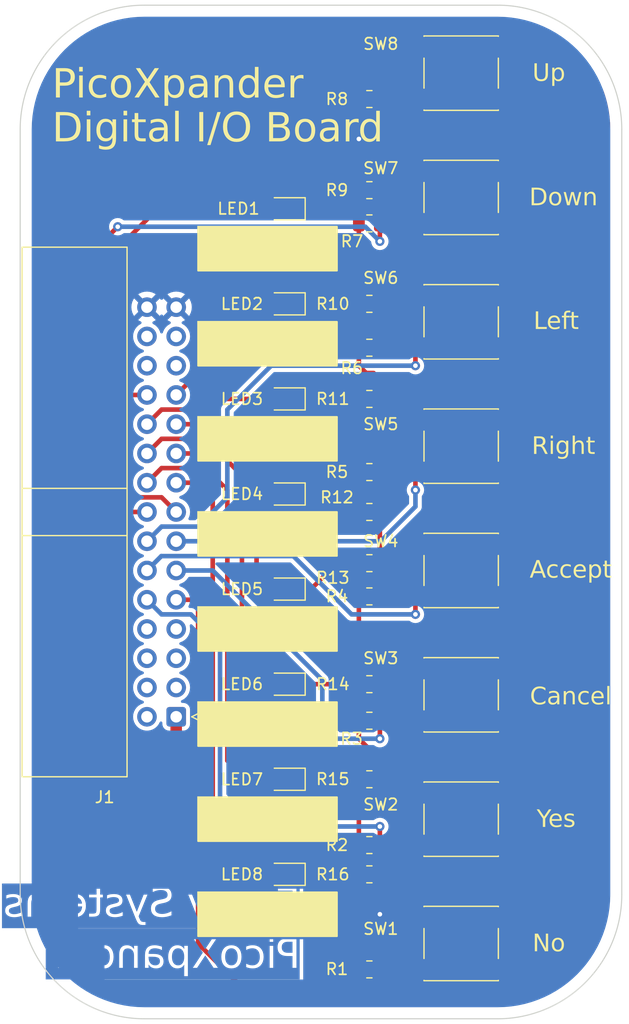
<source format=kicad_pcb>
(kicad_pcb (version 20221018) (generator pcbnew)
  (layers (0 "F.Cu" signal) (31 "B.Cu" power) (35 "F.Paste" user) (37 "F.SilkS" user "F.Silkscreen") (38 "B.Mask" user) (39 "F.Mask" user) (44 "Edge.Cuts" user))
  (net 0 "")
  (net 1 "GNDREF")
  (net 2 "+3V3")
  (net 9 "Net-(J1-Pin_9)")
  (net 10 "Net-(J1-Pin_10)")
  (net 11 "Net-(J1-Pin_11)")
  (net 12 "Net-(J1-Pin_12)")
  (net 13 "Net-(J1-Pin_13)")
  (net 14 "Net-(J1-Pin_14)")
  (net 15 "Net-(J1-Pin_15)")
  (net 16 "Net-(J1-Pin_16)")
  (net 17 "Net-(J1-Pin_17)")
  (net 18 "Net-(J1-Pin_18)")
  (net 19 "Net-(J1-Pin_19)")
  (net 20 "Net-(J1-Pin_20)")
  (net 21 "Net-(J1-Pin_21)")
  (net 22 "Net-(J1-Pin_22)")
  (net 23 "Net-(J1-Pin_23)")
  (net 24 "Net-(J1-Pin_24)")
  (net 29 "Net-(LED1-K)")
  (net 30 "Net-(LED2-K)")
  (net 31 "Net-(LED3-K)")
  (net 32 "Net-(LED4-K)")
  (net 33 "Net-(LED5-K)")
  (net 34 "Net-(LED6-K)")
  (net 35 "Net-(LED7-K)")
  (net 36 "Net-(LED8-K)")
  (footprint "Resistor_SMD:R_0805_2012Metric" (layer "F.Cu") (at 139.58091 81.546 180)
    (fp_text reference "R10" (at 3.175 0) (layer "F.SilkS"))
    (fp_text value "220Ω")
    (pad "1" smd roundrect (at -0.9125 0 180) (size 1.025 1.4) (layers "F.Cu" "F.Paste" "F.Mask") (roundrect_rratio 0.243902439) (net 1 "GNDREF"))
    (pad "2" smd roundrect (at 0.9125 0 180) (size 1.025 1.4) (layers "F.Cu" "F.Paste" "F.Mask") (roundrect_rratio 0.243902439) (net 30 "Net-(LED2-K)"))
  )
  (footprint "Button_Switch_SMD:SW_Push_1P1T_NO_6x6mm_H9.5mm" (layer "F.Cu") (at 147.55841 93.901 180)
    (fp_text reference "SW5" (at 6.985 1.905) (layer "F.SilkS"))
    (fp_text value "RIGHT")
    (fp_text user "Right" (at -8.89 -0.052119 unlocked) (layer "F.SilkS") (effects (font (size 1.5 1.5))))
    (pad "1" smd rect (at -3.975 -2.25 180) (size 1.55 1.3) (layers "F.Cu" "F.Paste" "F.Mask") (net 13 "Net-(J1-Pin_13)"))
    (pad "1" smd rect (at 3.975 -2.25 180) (size 1.55 1.3) (layers "F.Cu" "F.Paste" "F.Mask") (net 13 "Net-(J1-Pin_13)"))
    (pad "2" smd rect (at -3.975 2.25 180) (size 1.55 1.3) (layers "F.Cu" "F.Paste" "F.Mask") (net 2 "+3V3"))
    (pad "2" smd rect (at 3.975 2.25 180) (size 1.55 1.3) (layers "F.Cu" "F.Paste" "F.Mask") (net 2 "+3V3"))
  )
  (footprint "LED_SMD:LED_0805_2012Metric" (layer "F.Cu") (at 132.31841 122.821 180)
    (fp_text reference "LED7" (at 3.81 -0.009577) (layer "F.SilkS"))
    (fp_text value "Red")
    (pad "1" smd roundrect (at -0.9375 0 180) (size 0.975 1.4) (layers "F.Cu" "F.Paste" "F.Mask") (net 35 "Net-(LED7-K)"))
    (pad "2" smd roundrect (at 0.9375 0 180) (size 0.975 1.4) (layers "F.Cu" "F.Paste" "F.Mask") (net 18 "Net-(J1-Pin_18)"))
  )
  (footprint "Button_Switch_SMD:SW_Push_1P1T_NO_6x6mm_H9.5mm" (layer "F.Cu") (at 147.55841 83.106 180)
    (fp_text reference "SW6" (at 6.985 3.81) (layer "F.SilkS"))
    (fp_text value "LEFT")
    (fp_text user "Left" (at -8.255 0 unlocked) (layer "F.SilkS") (effects (font (size 1.5 1.5))))
    (pad "1" smd rect (at -3.975 -2.25 180) (size 1.55 1.3) (layers "F.Cu" "F.Paste" "F.Mask") (net 14 "Net-(J1-Pin_14)"))
    (pad "1" smd rect (at 3.975 -2.25 180) (size 1.55 1.3) (layers "F.Cu" "F.Paste" "F.Mask") (net 14 "Net-(J1-Pin_14)"))
    (pad "2" smd rect (at -3.975 2.25 180) (size 1.55 1.3) (layers "F.Cu" "F.Paste" "F.Mask") (net 2 "+3V3"))
    (pad "2" smd rect (at 3.975 2.25 180) (size 1.55 1.3) (layers "F.Cu" "F.Paste" "F.Mask") (net 2 "+3V3"))
  )
  (footprint "LED_SMD:LED_0805_2012Metric" (layer "F.Cu") (at 132.31841 131.076 180)
    (fp_text reference "LED8" (at 3.81 -0.002514) (layer "F.SilkS"))
    (fp_text value "Red")
    (pad "1" smd roundrect (at -0.9375 0 180) (size 0.975 1.4) (layers "F.Cu" "F.Paste" "F.Mask") (net 36 "Net-(LED8-K)"))
    (pad "2" smd roundrect (at 0.9375 0 180) (size 0.975 1.4) (layers "F.Cu" "F.Paste" "F.Mask") (net 17 "Net-(J1-Pin_17)"))
  )
  (footprint "Resistor_SMD:R_0805_2012Metric" (layer "F.Cu") (at 139.58091 104.061 180)
    (fp_text reference "R13" (at 3.177181 -1.27) (layer "F.SilkS"))
    (fp_text value "220Ω")
    (pad "1" smd roundrect (at -0.9125 0 180) (size 1.025 1.4) (layers "F.Cu" "F.Paste" "F.Mask") (roundrect_rratio 0.243902439) (net 1 "GNDREF"))
    (pad "2" smd roundrect (at 0.9125 0 180) (size 1.025 1.4) (layers "F.Cu" "F.Paste" "F.Mask") (roundrect_rratio 0.243902439) (net 33 "Net-(LED5-K)"))
  )
  (footprint "Button_Switch_SMD:SW_Push_1P1T_NO_6x6mm_H9.5mm" (layer "F.Cu") (at 147.55841 115.491 180)
    (fp_text reference "SW3" (at 6.985 3.175) (layer "F.SilkS"))
    (fp_text value "CANCEL")
    (fp_text user "Cancel" (at -9.525 -0.202707 unlocked) (layer "F.SilkS") (effects (font (size 1.5 1.5))))
    (pad "1" smd rect (at -3.975 -2.25 180) (size 1.55 1.3) (layers "F.Cu" "F.Paste" "F.Mask") (net 11 "Net-(J1-Pin_11)"))
    (pad "1" smd rect (at 3.975 -2.25 180) (size 1.55 1.3) (layers "F.Cu" "F.Paste" "F.Mask") (net 11 "Net-(J1-Pin_11)"))
    (pad "2" smd rect (at -3.975 2.25 180) (size 1.55 1.3) (layers "F.Cu" "F.Paste" "F.Mask") (net 2 "+3V3"))
    (pad "2" smd rect (at 3.975 2.25 180) (size 1.55 1.3) (layers "F.Cu" "F.Paste" "F.Mask") (net 2 "+3V3"))
  )
  (footprint "Resistor_SMD:R_0805_2012Metric" (layer "F.Cu") (at 139.58091 122.821 180)
    (fp_text reference "R15" (at 3.178298 0.009261) (layer "F.SilkS"))
    (fp_text value "220Ω")
    (pad "1" smd roundrect (at -0.9125 0 180) (size 1.025 1.4) (layers "F.Cu" "F.Paste" "F.Mask") (roundrect_rratio 0.243902439) (net 1 "GNDREF"))
    (pad "2" smd roundrect (at 0.9125 0 180) (size 1.025 1.4) (layers "F.Cu" "F.Paste" "F.Mask") (roundrect_rratio 0.243902439) (net 35 "Net-(LED7-K)"))
  )
  (footprint "Resistor_SMD:R_0805_2012Metric" (layer "F.Cu") (at 139.58091 85.356)
    (fp_text reference "R6" (at -1.525443 1.772352) (layer "F.SilkS"))
    (fp_text value "4K7")
    (pad "1" smd roundrect (at -0.9125 0) (size 1.025 1.4) (layers "F.Cu" "F.Paste" "F.Mask") (roundrect_rratio 0.243902439) (net 1 "GNDREF"))
    (pad "2" smd roundrect (at 0.9125 0) (size 1.025 1.4) (layers "F.Cu" "F.Paste" "F.Mask") (roundrect_rratio 0.243902439) (net 14 "Net-(J1-Pin_14)"))
  )
  (footprint "LED_SMD:LED_0805_2012Metric" (layer "F.Cu") (at 132.31841 81.546 180)
    (fp_text reference "LED2" (at 3.81 -0.005271) (layer "F.SilkS"))
    (fp_text value "Red")
    (pad "1" smd roundrect (at -0.9375 0 180) (size 0.975 1.4) (layers "F.Cu" "F.Paste" "F.Mask") (net 30 "Net-(LED2-K)"))
    (pad "2" smd roundrect (at 0.9375 0 180) (size 0.975 1.4) (layers "F.Cu" "F.Paste" "F.Mask") (net 23 "Net-(J1-Pin_23)"))
  )
  (footprint "Resistor_SMD:R_0805_2012Metric" (layer "F.Cu") (at 139.58091 139.331)
    (fp_text reference "R1" (at -2.8175 -0.02772) (layer "F.SilkS"))
    (fp_text value "4K7")
    (pad "1" smd roundrect (at -0.9125 0) (size 1.025 1.4) (layers "F.Cu" "F.Paste" "F.Mask") (roundrect_rratio 0.243902439) (net 1 "GNDREF"))
    (pad "2" smd roundrect (at 0.9125 0) (size 1.025 1.4) (layers "F.Cu" "F.Paste" "F.Mask") (roundrect_rratio 0.243902439) (net 9 "Net-(J1-Pin_9)"))
  )
  (footprint "LED_SMD:LED_0805_2012Metric" (layer "F.Cu") (at 132.31841 89.801 180)
    (fp_text reference "LED3" (at 3.81 -0.003036) (layer "F.SilkS"))
    (fp_text value "Red")
    (pad "1" smd roundrect (at -0.9375 0 180) (size 0.975 1.4) (layers "F.Cu" "F.Paste" "F.Mask") (net 31 "Net-(LED3-K)"))
    (pad "2" smd roundrect (at 0.9375 0 180) (size 0.975 1.4) (layers "F.Cu" "F.Paste" "F.Mask") (net 22 "Net-(J1-Pin_22)"))
  )
  (footprint "Resistor_SMD:R_0805_2012Metric" (layer "F.Cu") (at 139.58091 63.766)
    (fp_text reference "R8" (at -2.8175 0.001823) (layer "F.SilkS"))
    (fp_text value "4K7")
    (pad "1" smd roundrect (at -0.9125 0) (size 1.025 1.4) (layers "F.Cu" "F.Paste" "F.Mask") (roundrect_rratio 0.243902439) (net 1 "GNDREF"))
    (pad "2" smd roundrect (at 0.9125 0) (size 1.025 1.4) (layers "F.Cu" "F.Paste" "F.Mask") (roundrect_rratio 0.243902439) (net 16 "Net-(J1-Pin_16)"))
  )
  (footprint "Button_Switch_SMD:SW_Push_1P1T_NO_6x6mm_H9.5mm" (layer "F.Cu") (at 147.55841 126.286 180)
    (fp_text reference "SW2" (at 6.985 1.27) (layer "F.SilkS"))
    (fp_text value "YES")
    (fp_text user "Yes" (at -8.255 -0.052119 unlocked) (layer "F.SilkS") (effects (font (size 1.5 1.5))))
    (pad "1" smd rect (at -3.975 -2.25 180) (size 1.55 1.3) (layers "F.Cu" "F.Paste" "F.Mask") (net 10 "Net-(J1-Pin_10)"))
    (pad "1" smd rect (at 3.975 -2.25 180) (size 1.55 1.3) (layers "F.Cu" "F.Paste" "F.Mask") (net 10 "Net-(J1-Pin_10)"))
    (pad "2" smd rect (at -3.975 2.25 180) (size 1.55 1.3) (layers "F.Cu" "F.Paste" "F.Mask") (net 2 "+3V3"))
    (pad "2" smd rect (at 3.975 2.25 180) (size 1.55 1.3) (layers "F.Cu" "F.Paste" "F.Mask") (net 2 "+3V3"))
  )
  (footprint "Resistor_SMD:R_0805_2012Metric" (layer "F.Cu") (at 139.58091 128.536)
    (fp_text reference "R2" (at -2.8175 -0.002078) (layer "F.SilkS"))
    (fp_text value "4K7")
    (pad "1" smd roundrect (at -0.9125 0) (size 1.025 1.4) (layers "F.Cu" "F.Paste" "F.Mask") (roundrect_rratio 0.243902439) (net 1 "GNDREF"))
    (pad "2" smd roundrect (at 0.9125 0) (size 1.025 1.4) (layers "F.Cu" "F.Paste" "F.Mask") (roundrect_rratio 0.243902439) (net 10 "Net-(J1-Pin_10)"))
  )
  (footprint "Resistor_SMD:R_0805_2012Metric" (layer "F.Cu") (at 139.58091 117.741)
    (fp_text reference "R3" (at -1.5475 1.56) (layer "F.SilkS"))
    (fp_text value "4K7")
    (pad "1" smd roundrect (at -0.9125 0) (size 1.025 1.4) (layers "F.Cu" "F.Paste" "F.Mask") (roundrect_rratio 0.243902439) (net 1 "GNDREF"))
    (pad "2" smd roundrect (at 0.9125 0) (size 1.025 1.4) (layers "F.Cu" "F.Paste" "F.Mask") (roundrect_rratio 0.243902439) (net 11 "Net-(J1-Pin_11)"))
  )
  (footprint "Button_Switch_SMD:SW_Push_1P1T_NO_6x6mm_H9.5mm" (layer "F.Cu") (at 147.55841 72.311 180)
    (fp_text reference "SW7" (at 6.985 2.54) (layer "F.SilkS"))
    (fp_text value "DOWN")
    (fp_text user "Down" (at -8.89 -0.052119 unlocked) (layer "F.SilkS") (effects (font (size 1.5 1.5))))
    (pad "1" smd rect (at -3.975 -2.25 180) (size 1.55 1.3) (layers "F.Cu" "F.Paste" "F.Mask") (net 15 "Net-(J1-Pin_15)"))
    (pad "1" smd rect (at 3.975 -2.25 180) (size 1.55 1.3) (layers "F.Cu" "F.Paste" "F.Mask") (net 15 "Net-(J1-Pin_15)"))
    (pad "2" smd rect (at -3.975 2.25 180) (size 1.55 1.3) (layers "F.Cu" "F.Paste" "F.Mask") (net 2 "+3V3"))
    (pad "2" smd rect (at 3.975 2.25 180) (size 1.55 1.3) (layers "F.Cu" "F.Paste" "F.Mask") (net 2 "+3V3"))
  )
  (footprint "Resistor_SMD:R_0805_2012Metric" (layer "F.Cu") (at 139.58091 71.676 180)
    (fp_text reference "R9" (at 2.8175 0) (layer "F.SilkS"))
    (fp_text value "220Ω")
    (pad "1" smd roundrect (at -0.9125 0 180) (size 1.025 1.4) (layers "F.Cu" "F.Paste" "F.Mask") (roundrect_rratio 0.243902439) (net 1 "GNDREF"))
    (pad "2" smd roundrect (at 0.9125 0 180) (size 1.025 1.4) (layers "F.Cu" "F.Paste" "F.Mask") (roundrect_rratio 0.243902439) (net 29 "Net-(LED1-K)"))
  )
  (footprint "Resistor_SMD:R_0805_2012Metric" (layer "F.Cu") (at 139.58091 131.076 180)
    (fp_text reference "R16" (at 3.18118 -0.001604) (layer "F.SilkS"))
    (fp_text value "220Ω")
    (pad "1" smd roundrect (at -0.9125 0 180) (size 1.025 1.4) (layers "F.Cu" "F.Paste" "F.Mask") (roundrect_rratio 0.243902439) (net 1 "GNDREF"))
    (pad "2" smd roundrect (at 0.9125 0 180) (size 1.025 1.4) (layers "F.Cu" "F.Paste" "F.Mask") (roundrect_rratio 0.243902439) (net 36 "Net-(LED8-K)"))
  )
  (footprint "Resistor_SMD:R_0805_2012Metric" (layer "F.Cu") (at 139.58091 99.616 180)
    (fp_text reference "R12" (at 2.8175 1.27) (layer "F.SilkS"))
    (fp_text value "220Ω")
    (pad "1" smd roundrect (at -0.9125 0 180) (size 1.025 1.4) (layers "F.Cu" "F.Paste" "F.Mask") (roundrect_rratio 0.243902439) (net 1 "GNDREF"))
    (pad "2" smd roundrect (at 0.9125 0 180) (size 1.025 1.4) (layers "F.Cu" "F.Paste" "F.Mask") (roundrect_rratio 0.243902439) (net 32 "Net-(LED4-K)"))
  )
  (footprint "Button_Switch_SMD:SW_Push_1P1T_NO_6x6mm_H9.5mm" (layer "F.Cu") (at 147.55841 137.081 180)
    (fp_text reference "SW1" (at 6.985 1.27) (layer "F.SilkS"))
    (fp_text value "NO")
    (fp_text user "No" (at -7.62 -0.052119 unlocked) (layer "F.SilkS") (effects (font (size 1.5 1.5))))
    (pad "1" smd rect (at -3.975 -2.25 180) (size 1.55 1.3) (layers "F.Cu" "F.Paste" "F.Mask") (net 9 "Net-(J1-Pin_9)"))
    (pad "1" smd rect (at 3.975 -2.25 180) (size 1.55 1.3) (layers "F.Cu" "F.Paste" "F.Mask") (net 9 "Net-(J1-Pin_9)"))
    (pad "2" smd rect (at -3.975 2.25 180) (size 1.55 1.3) (layers "F.Cu" "F.Paste" "F.Mask") (net 2 "+3V3"))
    (pad "2" smd rect (at 3.975 2.25 180) (size 1.55 1.3) (layers "F.Cu" "F.Paste" "F.Mask") (net 2 "+3V3"))
  )
  (footprint "Resistor_SMD:R_0805_2012Metric" (layer "F.Cu") (at 139.58091 74.561)
    (fp_text reference "R7" (at -1.511757 1.56) (layer "F.SilkS"))
    (fp_text value "4K7")
    (pad "1" smd roundrect (at -0.9125 0) (size 1.025 1.4) (layers "F.Cu" "F.Paste" "F.Mask") (roundrect_rratio 0.243902439) (net 1 "GNDREF"))
    (pad "2" smd roundrect (at 0.9125 0) (size 1.025 1.4) (layers "F.Cu" "F.Paste" "F.Mask") (roundrect_rratio 0.243902439) (net 15 "Net-(J1-Pin_15)"))
  )
  (footprint "LED_SMD:LED_0805_2012Metric" (layer "F.Cu") (at 132.31841 106.311 180)
    (fp_text reference "LED5" (at 3.81 -0.00128) (layer "F.SilkS"))
    (fp_text value "Red")
    (pad "1" smd roundrect (at -0.9375 0 180) (size 0.975 1.4) (layers "F.Cu" "F.Paste" "F.Mask") (net 33 "Net-(LED5-K)"))
    (pad "2" smd roundrect (at 0.9375 0 180) (size 0.975 1.4) (layers "F.Cu" "F.Paste" "F.Mask") (net 20 "Net-(J1-Pin_20)"))
  )
  (footprint "Resistor_SMD:R_0805_2012Metric" (layer "F.Cu") (at 139.58091 114.566 180)
    (fp_text reference "R14" (at 3.173741 0) (layer "F.SilkS"))
    (fp_text value "220Ω")
    (pad "1" smd roundrect (at -0.9125 0 180) (size 1.025 1.4) (layers "F.Cu" "F.Paste" "F.Mask") (roundrect_rratio 0.243902439) (net 1 "GNDREF"))
    (pad "2" smd roundrect (at 0.9125 0 180) (size 1.025 1.4) (layers "F.Cu" "F.Paste" "F.Mask") (roundrect_rratio 0.243902439) (net 34 "Net-(LED6-K)"))
  )
  (footprint "Connector_IDC:IDC-Header_2x15_P2.54mm_Horizontal" (layer "F.Cu") (at 122.79341 117.396 180)
    (fp_text reference "J1" (at 6.215 -6.985) (layer "F.SilkS"))
    (fp_text value "IDC Header")
    (pad "1" thru_hole roundrect (at 0 0 180) (size 1.7 1.7) (drill 1) (layers "*.Cu" "*.Mask") (roundrect_rratio 0.1470588235) (net 2 "+3V3"))
    (pad "2" thru_hole circle (at 2.54 0 180) (size 1.7 1.7) (drill 1) (layers "*.Cu" "*.Mask"))
    (pad "3" thru_hole circle (at 0 2.54 180) (size 1.7 1.7) (drill 1) (layers "*.Cu" "*.Mask"))
    (pad "4" thru_hole circle (at 2.54 2.54 180) (size 1.7 1.7) (drill 1) (layers "*.Cu" "*.Mask"))
    (pad "5" thru_hole circle (at 0 5.08 180) (size 1.7 1.7) (drill 1) (layers "*.Cu" "*.Mask"))
    (pad "6" thru_hole circle (at 2.54 5.08 180) (size 1.7 1.7) (drill 1) (layers "*.Cu" "*.Mask"))
    (pad "7" thru_hole circle (at 0 7.62 180) (size 1.7 1.7) (drill 1) (layers "*.Cu" "*.Mask"))
    (pad "8" thru_hole circle (at 2.54 7.62 180) (size 1.7 1.7) (drill 1) (layers "*.Cu" "*.Mask"))
    (pad "9" thru_hole circle (at 0 10.16 180) (size 1.7 1.7) (drill 1) (layers "*.Cu" "*.Mask") (net 9 "Net-(J1-Pin_9)"))
    (pad "10" thru_hole circle (at 2.54 10.16 180) (size 1.7 1.7) (drill 1) (layers "*.Cu" "*.Mask") (net 10 "Net-(J1-Pin_10)"))
    (pad "11" thru_hole circle (at 0 12.7 180) (size 1.7 1.7) (drill 1) (layers "*.Cu" "*.Mask") (net 11 "Net-(J1-Pin_11)"))
    (pad "12" thru_hole circle (at 2.54 12.7 180) (size 1.7 1.7) (drill 1) (layers "*.Cu" "*.Mask") (net 12 "Net-(J1-Pin_12)"))
    (pad "13" thru_hole circle (at 0 15.24 180) (size 1.7 1.7) (drill 1) (layers "*.Cu" "*.Mask") (net 13 "Net-(J1-Pin_13)"))
    (pad "14" thru_hole circle (at 2.54 15.24 180) (size 1.7 1.7) (drill 1) (layers "*.Cu" "*.Mask") (net 14 "Net-(J1-Pin_14)"))
    (pad "15" thru_hole circle (at 0 17.78 180) (size 1.7 1.7) (drill 1) (layers "*.Cu" "*.Mask") (net 15 "Net-(J1-Pin_15)"))
    (pad "16" thru_hole circle (at 2.54 17.78 180) (size 1.7 1.7) (drill 1) (layers "*.Cu" "*.Mask") (net 16 "Net-(J1-Pin_16)"))
    (pad "17" thru_hole circle (at 0 20.32 180) (size 1.7 1.7) (drill 1) (layers "*.Cu" "*.Mask") (net 17 "Net-(J1-Pin_17)"))
    (pad "18" thru_hole circle (at 2.54 20.32 180) (size 1.7 1.7) (drill 1) (layers "*.Cu" "*.Mask") (net 18 "Net-(J1-Pin_18)"))
    (pad "19" thru_hole circle (at 0 22.86 180) (size 1.7 1.7) (drill 1) (layers "*.Cu" "*.Mask") (net 19 "Net-(J1-Pin_19)"))
    (pad "20" thru_hole circle (at 2.54 22.86 180) (size 1.7 1.7) (drill 1) (layers "*.Cu" "*.Mask") (net 20 "Net-(J1-Pin_20)"))
    (pad "21" thru_hole circle (at 0 25.4 180) (size 1.7 1.7) (drill 1) (layers "*.Cu" "*.Mask") (net 21 "Net-(J1-Pin_21)"))
    (pad "22" thru_hole circle (at 2.54 25.4 180) (size 1.7 1.7) (drill 1) (layers "*.Cu" "*.Mask") (net 22 "Net-(J1-Pin_22)"))
    (pad "23" thru_hole circle (at 0 27.94 180) (size 1.7 1.7) (drill 1) (layers "*.Cu" "*.Mask") (net 23 "Net-(J1-Pin_23)"))
    (pad "24" thru_hole circle (at 2.54 27.94 180) (size 1.7 1.7) (drill 1) (layers "*.Cu" "*.Mask") (net 24 "Net-(J1-Pin_24)"))
    (pad "25" thru_hole circle (at 0 30.48 180) (size 1.7 1.7) (drill 1) (layers "*.Cu" "*.Mask"))
    (pad "26" thru_hole circle (at 2.54 30.48 180) (size 1.7 1.7) (drill 1) (layers "*.Cu" "*.Mask"))
    (pad "27" thru_hole circle (at 0 33.02 180) (size 1.7 1.7) (drill 1) (layers "*.Cu" "*.Mask"))
    (pad "28" thru_hole circle (at 2.54 33.02 180) (size 1.7 1.7) (drill 1) (layers "*.Cu" "*.Mask"))
    (pad "29" thru_hole circle (at 0 35.56 180) (size 1.7 1.7) (drill 1) (layers "*.Cu" "*.Mask") (net 1 "GNDREF"))
    (pad "30" thru_hole circle (at 2.54 35.56 180) (size 1.7 1.7) (drill 1) (layers "*.Cu" "*.Mask") (net 1 "GNDREF"))
  )
  (footprint "Button_Switch_SMD:SW_Push_1P1T_NO_6x6mm_H9.5mm" (layer "F.Cu") (at 147.55841 61.516 180)
    (fp_text reference "SW8" (at 6.985 2.54) (layer "F.SilkS"))
    (fp_text value "UP")
    (fp_text user "Up" (at -7.62 -0.052119 unlocked) (layer "F.SilkS") (effects (font (size 1.5 1.5))))
    (pad "1" smd rect (at -3.975 -2.25 180) (size 1.55 1.3) (layers "F.Cu" "F.Paste" "F.Mask") (net 16 "Net-(J1-Pin_16)"))
    (pad "1" smd rect (at 3.975 -2.25 180) (size 1.55 1.3) (layers "F.Cu" "F.Paste" "F.Mask") (net 16 "Net-(J1-Pin_16)"))
    (pad "2" smd rect (at -3.975 2.25 180) (size 1.55 1.3) (layers "F.Cu" "F.Paste" "F.Mask") (net 2 "+3V3"))
    (pad "2" smd rect (at 3.975 2.25 180) (size 1.55 1.3) (layers "F.Cu" "F.Paste" "F.Mask") (net 2 "+3V3"))
  )
  (footprint "Resistor_SMD:R_0805_2012Metric" (layer "F.Cu") (at 139.58091 106.946)
    (fp_text reference "R4" (at -2.8175 -0.003719) (layer "F.SilkS"))
    (fp_text value "4K7")
    (pad "1" smd roundrect (at -0.9125 0) (size 1.025 1.4) (layers "F.Cu" "F.Paste" "F.Mask") (roundrect_rratio 0.243902439) (net 1 "GNDREF"))
    (pad "2" smd roundrect (at 0.9125 0) (size 1.025 1.4) (layers "F.Cu" "F.Paste" "F.Mask") (roundrect_rratio 0.243902439) (net 12 "Net-(J1-Pin_12)"))
  )
  (footprint "LED_SMD:LED_0805_2012Metric" (layer "F.Cu") (at 132.31841 114.566 180)
    (fp_text reference "LED6" (at 3.81 -0.001849) (layer "F.SilkS"))
    (fp_text value "Red")
    (pad "1" smd roundrect (at -0.9375 0 180) (size 0.975 1.4) (layers "F.Cu" "F.Paste" "F.Mask") (net 34 "Net-(LED6-K)"))
    (pad "2" smd roundrect (at 0.9375 0 180) (size 0.975 1.4) (layers "F.Cu" "F.Paste" "F.Mask") (net 19 "Net-(J1-Pin_19)"))
  )
  (footprint "Resistor_SMD:R_0805_2012Metric" (layer "F.Cu") (at 139.58091 96.151)
    (fp_text reference "R5" (at -2.8175 -0.005839) (layer "F.SilkS"))
    (fp_text value "4K7")
    (pad "1" smd roundrect (at -0.9125 0) (size 1.025 1.4) (layers "F.Cu" "F.Paste" "F.Mask") (roundrect_rratio 0.243902439) (net 1 "GNDREF"))
    (pad "2" smd roundrect (at 0.9125 0) (size 1.025 1.4) (layers "F.Cu" "F.Paste" "F.Mask") (roundrect_rratio 0.243902439) (net 13 "Net-(J1-Pin_13)"))
  )
  (footprint "Resistor_SMD:R_0805_2012Metric" (layer "F.Cu") (at 139.58091 89.801 180)
    (fp_text reference "R11" (at 3.176702 0.00128) (layer "F.SilkS"))
    (fp_text value "220Ω")
    (pad "1" smd roundrect (at -0.9125 0 180) (size 1.025 1.4) (layers "F.Cu" "F.Paste" "F.Mask") (roundrect_rratio 0.243902439) (net 1 "GNDREF"))
    (pad "2" smd roundrect (at 0.9125 0 180) (size 1.025 1.4) (layers "F.Cu" "F.Paste" "F.Mask") (roundrect_rratio 0.243902439) (net 31 "Net-(LED3-K)"))
  )
  (footprint "Button_Switch_SMD:SW_Push_1P1T_NO_6x6mm_H9.5mm" (layer "F.Cu") (at 147.55841 104.696 180)
    (fp_text reference "SW4" (at 6.985 2.54) (layer "F.SilkS"))
    (fp_text value "ACCEPT")
    (fp_text user "Accept" (at -9.525 0 unlocked) (layer "F.SilkS") (effects (font (size 1.5 1.5))))
    (pad "1" smd rect (at -3.975 -2.25 180) (size 1.55 1.3) (layers "F.Cu" "F.Paste" "F.Mask") (net 12 "Net-(J1-Pin_12)"))
    (pad "1" smd rect (at 3.975 -2.25 180) (size 1.55 1.3) (layers "F.Cu" "F.Paste" "F.Mask") (net 12 "Net-(J1-Pin_12)"))
    (pad "2" smd rect (at -3.975 2.25 180) (size 1.55 1.3) (layers "F.Cu" "F.Paste" "F.Mask") (net 2 "+3V3"))
    (pad "2" smd rect (at 3.975 2.25 180) (size 1.55 1.3) (layers "F.Cu" "F.Paste" "F.Mask") (net 2 "+3V3"))
  )
  (footprint "LED_SMD:LED_0805_2012Metric" (layer "F.Cu") (at 132.31841 98.056 180)
    (fp_text reference "LED4" (at 3.81 -0.003036) (layer "F.SilkS"))
    (fp_text value "Red")
    (pad "1" smd roundrect (at -0.9375 0 180) (size 0.975 1.4) (layers "F.Cu" "F.Paste" "F.Mask") (net 32 "Net-(LED4-K)"))
    (pad "2" smd roundrect (at 0.9375 0 180) (size 0.975 1.4) (layers "F.Cu" "F.Paste" "F.Mask") (net 21 "Net-(J1-Pin_21)"))
  )
  (footprint "LED_SMD:LED_0805_2012Metric" (layer "F.Cu") (at 132.31841 73.291 180)
    (fp_text reference "LED1" (at 4.1125 0.006867) (layer "F.SilkS"))
    (fp_text value "Red")
    (pad "1" smd roundrect (at -0.9375 0 180) (size 0.975 1.4) (layers "F.Cu" "F.Paste" "F.Mask") (net 29 "Net-(LED1-K)"))
    (pad "2" smd roundrect (at 0.9375 0 180) (size 0.975 1.4) (layers "F.Cu" "F.Paste" "F.Mask") (net 24 "Net-(J1-Pin_24)"))
  )
  (gr_rect (start 124.69841 99.616) (end 136.76341 103.426) (stroke (width 0.15)) (fill solid) (layer "F.SilkS"))
  (gr_rect (start 124.69841 132.636) (end 136.76341 136.446) (stroke (width 0.15)) (fill solid) (layer "F.SilkS"))
  (gr_rect (start 124.69841 74.851) (end 136.76341 78.661) (stroke (width 0.15)) (fill solid) (layer "F.SilkS"))
  (gr_rect (start 124.69841 83.106) (end 136.76341 86.916) (stroke (width 0.15)) (fill solid) (layer "F.SilkS"))
  (gr_rect (start 124.69841 91.361) (end 136.76341 95.171) (stroke (width 0.15)) (fill solid) (layer "F.SilkS"))
  (gr_rect (start 124.69841 116.126) (end 136.76341 119.936) (stroke (width 0.15)) (fill solid) (layer "F.SilkS"))
  (gr_rect (start 124.69841 107.871) (end 136.76341 111.681) (stroke (width 0.15)) (fill solid) (layer "F.SilkS"))
  (gr_rect (start 124.69841 124.381) (end 136.76341 128.191) (stroke (width 0.15)) (fill solid) (layer "F.SilkS"))
  (gr_arc (start 120.01841 143.616) (mid 112.394092 140.457908) (end 109.236 132.83359) (stroke (width 0.1)) (layer "Edge.Cuts"))
  (gr_line (start 109.236 132.83359) (end 109.236 66.39841) (stroke (width 0.1)) (layer "Edge.Cuts"))
  (gr_arc (start 109.236 66.39841) (mid 112.394092 58.774092) (end 120.01841 55.616) (stroke (width 0.1)) (layer "Edge.Cuts"))
  (gr_line (start 150.73341 143.616) (end 120.01841 143.616) (stroke (width 0.1)) (layer "Edge.Cuts"))
  (gr_line (start 120.01841 55.616) (end 150.73341 55.616) (stroke (width 0.1)) (layer "Edge.Cuts"))
  (gr_arc (start 161.51582 132.83359) (mid 158.357728 140.457908) (end 150.73341 143.616) (stroke (width 0.1)) (layer "Edge.Cuts"))
  (gr_line (start 161.51582 66.39841) (end 161.51582 132.83359) (stroke (width 0.1)) (layer "Edge.Cuts"))
  (gr_arc (start 150.73341 55.616) (mid 158.357728 58.774092) (end 161.51582 66.39841) (stroke (width 0.1)) (layer "Edge.Cuts"))
  (gr_text "Evroy Systems" (at 133.58841 135.176) (layer "B.Cu" knockout) (effects (font (size 2.5 2.5)) (justify left bottom mirror)))
  (gr_text "PicoXpander" (at 133.58841 139.621) (layer "B.Cu" knockout) (effects (font (size 2.5 2.5)) (justify left bottom mirror)))
  (gr_text "PicoXpander" (at 111.99841 64.056) (layer "F.SilkS") (effects (font (size 2.5 2.5)) (justify left bottom)))
  (gr_text "Digital I/O Board" (at 111.99841 67.866) (layer "F.SilkS") (effects (font (size 2.5 2.5)) (justify left bottom)))
  (segment (start 138.66841 86.916) (end 139.30341 87.551) (width 0.4) (layer "F.Cu") (net 1))
  (segment (start 140.49341 104.061) (end 140.49341 104.776) (width 0.4) (layer "F.Cu") (net 1))
  (segment (start 140.49341 88.106) (end 140.49341 89.801) (width 0.4) (layer "F.Cu") (net 1))
  (segment (start 140.49341 98.266) (end 140.49341 99.616) (width 0.4) (layer "F.Cu") (net 1))
  (segment (start 138.66841 74.561) (end 138.66841 76.756) (width 0.4) (layer "F.Cu") (net 1))
  (segment (start 139.30341 116.126) (end 138.66841 116.761) (width 0.4) (layer "F.Cu") (net 1))
  (segment (start 138.66841 119.301) (end 140.49341 121.126) (width 0.4) (layer "F.Cu") (net 1))
  (segment (start 138.66841 96.151) (end 138.66841 97.076) (width 0.4) (layer "F.Cu") (net 1))
  (segment (start 138.66841 117.741) (end 138.66841 119.301) (width 0.4) (layer "F.Cu") (net 1))
  (segment (start 138.66841 76.756) (end 140.49341 78.581) (width 0.4) (layer "F.Cu") (net 1))
  (segment (start 138.66841 93.266) (end 138.66841 96.151) (width 0.4) (layer "F.Cu") (net 1))
  (segment (start 139.30341 105.331) (end 138.66841 105.966) (width 0.4) (layer "F.Cu") (net 1))
  (segment (start 140.49341 134.541) (end 140.49341 134.621) (width 0.4) (layer "F.Cu") (net 1))
  (segment (start 140.49341 121.126) (end 140.49341 122.821) (width 0.4) (layer "F.Cu") (net 1))
  (segment (start 140.49341 99.616) (end 140.49341 104.061) (width 0.4) (layer "F.Cu") (net 1))
  (segment (start 138.66841 109.141) (end 140.49341 110.966) (width 0.4) (layer "F.Cu") (net 1))
  (segment (start 138.66841 129.437334) (end 139.014515 129.783439) (width 0.4) (layer "F.Cu") (net 1))
  (segment (start 139.93841 83.106) (end 139.30341 83.106) (width 0.4) (layer "F.Cu") (net 1))
  (segment (start 138.66841 126.286) (end 138.66841 128.536) (width 0.4) (layer "F.Cu") (net 1))
  (segment (start 139.93841 97.711) (end 140.49341 98.266) (width 0.4) (layer "F.Cu") (net 1))
  (segment (start 138.66841 116.761) (end 138.66841 117.741) (width 0.4) (layer "F.Cu") (net 1))
  (segment (start 139.30341 87.551) (end 139.93841 87.551) (width 0.4) (layer "F.Cu") (net 1))
  (segment (start 138.66841 136.446) (end 138.66841 139.331) (width 0.4) (layer "F.Cu") (net 1))
  (segment (start 140.49341 72.391) (end 139.93841 72.946) (width 0.4) (layer "F.Cu") (net 1))
  (segment (start 139.30341 83.106) (end 138.66841 83.741) (width 0.4) (layer "F.Cu") (net 1))
  (segment (start 139.30341 72.946) (end 138.66841 73.581) (width 0.4) (layer "F.Cu") (net 1))
  (segment (start 140.49341 81.546) (end 140.49341 82.551) (width 0.4) (layer "F.Cu") (net 1))
  (segment (start 140.49341 91.441) (end 138.66841 93.266) (width 0.4) (layer "F.Cu") (net 1))
  (segment (start 138.66841 85.356) (end 138.66841 86.916) (width 0.4) (layer "F.Cu") (net 1))
  (segment (start 140.49341 115.571) (end 139.93841 116.126) (width 0.4) (layer "F.Cu") (net 1))
  (segment (start 138.66841 106.946) (end 138.66841 109.141) (width 0.4) (layer "F.Cu") (net 1))
  (segment (start 140.49341 71.676) (end 140.49341 72.391) (width 0.4) (layer "F.Cu") (net 1))
  (segment (start 140.49341 104.776) (end 139.93841 105.331) (width 0.4) (layer "F.Cu") (net 1))
  (segment (start 140.49341 110.966) (end 140.49341 114.566) (width 0.4) (layer "F.Cu") (net 1))
  (segment (start 138.66841 63.766) (end 138.66841 67.231) (width 0.4) (layer "F.Cu") (net 1))
  (segment (start 139.93841 116.126) (end 139.30341 116.126) (width 0.4) (layer "F.Cu") (net 1))
  (segment (start 140.49341 130.112235) (end 140.49341 131.076) (width 0.4) (layer "F.Cu") (net 1))
  (segment (start 140.49341 114.566) (end 140.49341 115.571) (width 0.4) (layer "F.Cu") (net 1))
  (segment (start 138.66841 128.536) (end 138.66841 129.437334) (width 0.4) (layer "F.Cu") (net 1))
  (segment (start 138.66841 83.741) (end 138.66841 85.356) (width 0.4) (layer "F.Cu") (net 1))
  (segment (start 138.66841 73.581) (end 138.66841 74.561) (width 0.4) (layer "F.Cu") (net 1))
  (segment (start 140.49341 89.801) (end 140.49341 91.441) (width 0.4) (layer "F.Cu") (net 1))
  (segment (start 139.93841 72.946) (end 139.30341 72.946) (width 0.4) (layer "F.Cu") (net 1))
  (segment (start 140.49341 134.621) (end 138.66841 136.446) (width 0.4) (layer "F.Cu") (net 1))
  (segment (start 139.014515 129.783439) (end 140.164614 129.783439) (width 0.4) (layer "F.Cu") (net 1))
  (segment (start 139.30341 97.711) (end 139.93841 97.711) (width 0.4) (layer "F.Cu") (net 1))
  (segment (start 140.49341 82.551) (end 139.93841 83.106) (width 0.4) (layer "F.Cu") (net 1))
  (segment (start 140.49341 131.076) (end 140.49341 134.541) (width 0.4) (layer "F.Cu") (net 1))
  (segment (start 138.66841 105.966) (end 138.66841 106.946) (width 0.4) (layer "F.Cu") (net 1))
  (segment (start 140.49341 124.461) (end 138.66841 126.286) (width 0.4) (layer "F.Cu") (net 1))
  (segment (start 140.49341 78.581) (end 140.49341 81.546) (width 0.4) (layer "F.Cu") (net 1))
  (segment (start 140.49341 122.821) (end 140.49341 124.461) (width 0.4) (layer "F.Cu") (net 1))
  (segment (start 138.66841 67.231) (end 140.49341 69.056) (width 0.4) (layer "F.Cu") (net 1))
  (segment (start 140.49341 69.056) (end 140.49341 71.676) (width 0.4) (layer "F.Cu") (net 1))
  (segment (start 139.93841 105.331) (end 139.30341 105.331) (width 0.4) (layer "F.Cu") (net 1))
  (segment (start 139.93841 87.551) (end 140.49341 88.106) (width 0.4) (layer "F.Cu") (net 1))
  (segment (start 138.66841 97.076) (end 139.30341 97.711) (width 0.4) (layer "F.Cu") (net 1))
  (segment (start 140.164614 129.783439) (end 140.49341 130.112235) (width 0.4) (layer "F.Cu") (net 1))
  (via (at 140.49341 134.541) (size 0.8) (drill 0.4) (layers "F.Cu" "B.Cu") (net 1))
  (via (at 138.66841 67.231) (size 0.8) (drill 0.4) (layers "F.Cu" "B.Cu") (net 1))
  (segment (start 153.27341 91.651) (end 153.90841 91.016) (width 0.6) (layer "F.Cu") (net 2))
  (segment (start 153.90841 70.696) (end 153.90841 71.041) (width 0.6) (layer "F.Cu") (net 2))
  (segment (start 153.90841 123.401) (end 153.90841 123.111) (width 0.6) (layer "F.Cu") (net 2))
  (segment (start 153.27341 124.036) (end 153.90841 123.401) (width 0.6) (layer "F.Cu") (net 2))
  (segment (start 153.90841 71.041) (end 153.90841 69.136) (width 0.6) (layer "F.Cu") (net 2))
  (segment (start 153.27341 134.831) (end 158.279444 134.831) (width 0.6) (layer "F.Cu") (net 2))
  (segment (start 151.53341 134.831) (end 153.27341 134.831) (width 0.6) (layer "F.Cu") (net 2))
  (segment (start 153.90841 112.606) (end 153.90841 112.316) (width 0.6) (layer "F.Cu") (net 2))
  (segment (start 151.53341 124.036) (end 153.27341 124.036) (width 0.6) (layer "F.Cu") (net 2))
  (segment (start 160.088074 64.881125) (end 160.001535 64.408896) (width 0.6) (layer "F.Cu") (net 2))
  (segment (start 153.90841 69.136) (end 153.90841 59.901) (width 0.6) (layer "F.Cu") (net 2))
  (segment (start 153.27341 113.241) (end 153.90841 113.876) (width 0.6) (layer "F.Cu") (net 2))
  (segment (start 151.53341 59.266) (end 143.58341 59.266) (width 0.6) (layer "F.Cu") (net 2))
  (segment (start 153.90841 101.811) (end 153.90841 101.521) (width 0.6) (layer "F.Cu") (net 2))
  (segment (start 153.90841 79.931) (end 153.90841 71.041) (width 0.6) (layer "F.Cu") (net 2))
  (segment (start 151.53341 134.831) (end 143.58341 134.831) (width 0.6) (layer "F.Cu") (net 2))
  (segment (start 151.53341 91.651) (end 143.58341 91.651) (width 0.6) (layer "F.Cu") (net 2))
  (segment (start 153.90841 69.426) (end 153.90841 69.136) (width 0.6) (layer "F.Cu") (net 2))
  (segment (start 153.27341 70.061) (end 153.90841 70.696) (width 0.6) (layer "F.Cu") (net 2))
  (segment (start 153.90841 82.471) (end 153.90841 79.931) (width 0.6) (layer "F.Cu") (net 2))
  (segment (start 153.90841 59.901) (end 153.27341 59.266) (width 0.6) (layer "F.Cu") (net 2))
  (segment (start 153.90841 125.016) (end 153.90841 123.111) (width 0.6) (layer "F.Cu") (net 2))
  (segment (start 153.27341 113.241) (end 153.90841 112.606) (width 0.6) (layer "F.Cu") (net 2))
  (segment (start 153.90841 114.221) (end 153.90841 112.316) (width 0.6) (layer "F.Cu") (net 2))
  (segment (start 116.78841 59.266) (end 143.58341 59.266) (width 1) (layer "F.Cu") (net 2))
  (segment (start 122.15841 119.936) (end 117.07841 119.936) (width 1) (layer "F.Cu") (net 2))
  (segment (start 151.53341 80.856) (end 153.27341 80.856) (width 0.6) (layer "F.Cu") (net 2))
  (segment (start 153.27341 80.856) (end 153.90841 81.491) (width 0.6) (layer "F.Cu") (net 2))
  (segment (start 112.63341 115.491) (end 112.63341 63.421) (width 1) (layer "F.Cu") (net 2))
  (segment (start 153.90841 81.491) (end 153.90841 82.471) (width 0.6) (layer "F.Cu") (net 2))
  (segment (start 159.694153 63.306253) (end 159.62341 63.119718) (width 0.6) (layer "F.Cu") (net 2))
  (segment (start 153.90841 90.091) (end 153.90841 82.471) (width 0.6) (layer "F.Cu") (net 2))
  (segment (start 151.53341 102.446) (end 153.27341 102.446) (width 0.6) (layer "F.Cu") (net 2))
  (segment (start 160.001535 64.408896) (end 159.864499 63.852914) (width 0.6) (layer "F.Cu") (net 2))
  (segment (start 153.90841 112.316) (end 153.90841 103.426) (width 0.6) (layer "F.Cu") (net 2))
  (segment (start 153.90841 92.631) (end 153.90841 90.091) (width 0.6) (layer "F.Cu") (net 2))
  (segment (start 155.769692 59.266) (end 153.27341 59.266) (width 0.6) (layer "F.Cu") (net 2))
  (segment (start 159.864499 63.852914) (end 159.694153 63.306253) (width 0.6) (layer "F.Cu") (net 2))
  (segment (start 158.279444 134.831) (end 160.088074 133.02237) (width 0.6) (layer "F.Cu") (net 2))
  (segment (start 153.90841 92.286) (end 153.90841 92.631) (width 0.6) (layer "F.Cu") (net 2))
  (segment (start 151.53341 70.061) (end 143.58341 70.061) (width 0.6) (layer "F.Cu") (net 2))
  (segment (start 153.27341 59.266) (end 151.53341 59.266) (width 0.6) (layer "F.Cu") (net 2))
  (segment (start 153.27341 134.831) (end 153.90841 134.196) (width 0.6) (layer "F.Cu") (net 2))
  (segment (start 153.90841 113.876) (end 153.90841 114.221) (width 0.6) (layer "F.Cu") (net 2))
  (segment (start 153.90841 134.196) (end 153.90841 125.016) (width 0.6) (layer "F.Cu") (net 2))
  (segment (start 153.27341 80.856) (end 153.90841 80.221) (width 0.6) (layer "F.Cu") (net 2))
  (segment (start 160.088074 133.02237) (end 160.088074 64.881125) (width 0.6) (layer "F.Cu") (net 2))
  (segment (start 159.62341 63.119718) (end 155.769692 59.266) (width 0.6) (layer "F.Cu") (net 2))
  (segment (start 122.79341 119.301) (end 122.15841 119.936) (width 1) (layer "F.Cu") (net 2))
  (segment (start 153.90841 80.221) (end 153.90841 79.931) (width 0.6) (layer "F.Cu") (net 2))
  (segment (start 153.90841 91.016) (end 153.90841 90.091) (width 0.6) (layer "F.Cu") (net 2))
  (segment (start 151.53341 113.241) (end 143.58341 113.241) (width 0.6) (layer "F.Cu") (net 2))
  (segment (start 151.53341 91.651) (end 153.27341 91.651) (width 0.6) (layer "F.Cu") (net 2))
  (segment (start 151.53341 124.036) (end 143.58341 124.036) (width 0.6) (layer "F.Cu") (net 2))
  (segment (start 117.07841 119.936) (end 112.63341 115.491) (width 1) (layer "F.Cu") (net 2))
  (segment (start 151.53341 70.061) (end 153.27341 70.061) (width 0.6) (layer "F.Cu") (net 2))
  (segment (start 151.53341 113.241) (end 153.27341 113.241) (width 0.6) (layer "F.Cu") (net 2))
  (segment (start 153.90841 123.111) (end 153.90841 114.221) (width 0.6) (layer "F.Cu") (net 2))
  (segment (start 153.90841 101.521) (end 153.90841 92.631) (width 0.6) (layer "F.Cu") (net 2))
  (segment (start 153.27341 70.061) (end 153.90841 69.426) (width 0.6) (layer "F.Cu") (net 2))
  (segment (start 151.53341 102.446) (end 143.58341 102.446) (width 0.6) (layer "F.Cu") (net 2))
  (segment (start 153.27341 91.651) (end 153.90841 92.286) (width 0.6) (layer "F.Cu") (net 2))
  (segment (start 153.90841 103.081) (end 153.90841 103.426) (width 0.6) (layer "F.Cu") (net 2))
  (segment (start 151.53341 80.856) (end 143.58341 80.856) (width 0.6) (layer "F.Cu") (net 2))
  (segment (start 153.90841 124.671) (end 153.90841 125.016) (width 0.6) (layer "F.Cu") (net 2))
  (segment (start 153.90841 103.426) (end 153.90841 101.521) (width 0.6) (layer "F.Cu") (net 2))
  (segment (start 153.27341 102.446) (end 153.90841 101.811) (width 0.6) (layer "F.Cu") (net 2))
  (segment (start 153.27341 124.036) (end 153.90841 124.671) (width 0.6) (layer "F.Cu") (net 2))
  (segment (start 112.63341 63.421) (end 116.78841 59.266) (width 1) (layer "F.Cu") (net 2))
  (segment (start 153.27341 102.446) (end 153.90841 103.081) (width 0.6) (layer "F.Cu") (net 2))
  (segment (start 122.79341 117.396) (end 122.79341 119.301) (width 1) (layer "F.Cu") (net 2))
  (segment (start 151.53341 139.331) (end 143.58341 139.331) (width 0.6) (layer "F.Cu") (net 9))
  (segment (start 128.50841 140.891) (end 124.69841 137.081) (width 0.4) (layer "F.Cu") (net 9))
  (segment (start 124.69841 137.081) (end 124.69841 107.871) (width 0.4) (layer "F.Cu") (net 9))
  (segment (start 124.06341 107.236) (end 122.79341 107.236) (width 0.4) (layer "F.Cu") (net 9))
  (segment (start 140.49341 139.331) (end 140.49341 140.336) (width 0.4) (layer "F.Cu") (net 9))
  (segment (start 124.69841 107.871) (end 124.06341 107.236) (width 0.4) (layer "F.Cu") (net 9))
  (segment (start 139.93841 140.891) (end 128.50841 140.891) (width 0.4) (layer "F.Cu") (net 9))
  (segment (start 140.49341 139.331) (end 143.58341 139.331) (width 0.6) (layer "F.Cu") (net 9))
  (segment (start 140.49341 140.336) (end 139.93841 140.891) (width 0.4) (layer "F.Cu") (net 9))
  (segment (start 140.49341 128.536) (end 143.58341 128.536) (width 0.6) (layer "F.Cu") (net 10))
  (segment (start 151.53341 128.536) (end 143.58341 128.536) (width 0.6) (layer "F.Cu") (net 10))
  (segment (start 140.49341 126.921) (end 140.49341 128.536) (width 0.4) (layer "F.Cu") (net 10))
  (via (at 140.49341 126.921) (size 0.8) (drill 0.4) (layers "F.Cu" "B.Cu") (net 10))
  (segment (start 120.25341 107.236) (end 121.52341 108.506) (width 0.4) (layer "B.Cu") (net 10))
  (segment (start 121.52341 108.506) (end 124.06341 108.506) (width 0.4) (layer "B.Cu") (net 10))
  (segment (start 126.60341 111.046) (end 126.60341 124.381) (width 0.4) (layer "B.Cu") (net 10))
  (segment (start 126.60341 124.381) (end 129.14341 126.921) (width 0.4) (layer "B.Cu") (net 10))
  (segment (start 129.14341 126.921) (end 140.49341 126.921) (width 0.4) (layer "B.Cu") (net 10))
  (segment (start 124.06341 108.506) (end 126.60341 111.046) (width 0.4) (layer "B.Cu") (net 10))
  (segment (start 151.53341 117.741) (end 143.58341 117.741) (width 0.6) (layer "F.Cu") (net 11))
  (segment (start 140.49341 117.741) (end 143.58341 117.741) (width 0.6) (layer "F.Cu") (net 11))
  (segment (start 140.49341 119.301) (end 140.49341 117.741) (width 0.4) (layer "F.Cu") (net 11))
  (via (at 140.49341 119.301) (size 0.8) (drill 0.4) (layers "F.Cu" "B.Cu") (net 11))
  (segment (start 125.96841 104.696) (end 135.49341 114.221) (width 0.4) (layer "B.Cu") (net 11))
  (segment (start 135.49341 118.031) (end 136.76341 119.301) (width 0.4) (layer "B.Cu") (net 11))
  (segment (start 122.79341 104.696) (end 125.96841 104.696) (width 0.4) (layer "B.Cu") (net 11))
  (segment (start 136.76341 119.301) (end 140.49341 119.301) (width 0.4) (layer "B.Cu") (net 11))
  (segment (start 135.49341 114.221) (end 135.49341 118.031) (width 0.4) (layer "B.Cu") (net 11))
  (segment (start 151.53341 106.946) (end 143.58341 106.946) (width 0.6) (layer "F.Cu") (net 12))
  (segment (start 140.49341 106.946) (end 143.58341 106.946) (width 0.6) (layer "F.Cu") (net 12))
  (segment (start 143.58341 108.506) (end 143.58341 106.946) (width 0.4) (layer "F.Cu") (net 12))
  (via (at 143.58341 108.506) (size 0.8) (drill 0.4) (layers "F.Cu" "B.Cu") (net 12))
  (segment (start 138.03341 108.506) (end 143.58341 108.506) (width 0.4) (layer "B.Cu") (net 12))
  (segment (start 120.25341 104.696) (end 121.50341 103.446) (width 0.4) (layer "B.Cu") (net 12))
  (segment (start 121.50341 103.446) (end 132.97341 103.446) (width 0.4) (layer "B.Cu") (net 12))
  (segment (start 132.97341 103.446) (end 138.03341 108.506) (width 0.4) (layer "B.Cu") (net 12))
  (segment (start 140.49341 96.151) (end 143.58341 96.151) (width 0.6) (layer "F.Cu") (net 13))
  (segment (start 143.58341 97.711) (end 143.58341 96.151) (width 0.4) (layer "F.Cu") (net 13))
  (segment (start 151.53341 96.151) (end 143.58341 96.151) (width 0.6) (layer "F.Cu") (net 13))
  (via (at 143.58341 97.711) (size 0.8) (drill 0.4) (layers "F.Cu" "B.Cu") (net 13))
  (segment (start 143.58341 97.711) (end 143.58341 99.146) (width 0.4) (layer "B.Cu") (net 13))
  (segment (start 140.57341 102.156) (end 122.79341 102.156) (width 0.4) (layer "B.Cu") (net 13))
  (segment (start 143.58341 99.146) (end 140.57341 102.156) (width 0.4) (layer "B.Cu") (net 13))
  (segment (start 143.58341 86.916) (end 143.58341 85.356) (width 0.4) (layer "F.Cu") (net 14))
  (segment (start 140.49341 85.356) (end 143.58341 85.356) (width 0.6) (layer "F.Cu") (net 14))
  (segment (start 151.53341 85.356) (end 143.58341 85.356) (width 0.6) (layer "F.Cu") (net 14))
  (via (at 143.58341 86.916) (size 0.8) (drill 0.4) (layers "F.Cu" "B.Cu") (net 14))
  (segment (start 121.52341 100.886) (end 124.69841 100.886) (width 0.4) (layer "B.Cu") (net 14))
  (segment (start 131.04841 86.916) (end 143.58341 86.916) (width 0.4) (layer "B.Cu") (net 14))
  (segment (start 127.23841 98.346) (end 127.23841 90.726) (width 0.4) (layer "B.Cu") (net 14))
  (segment (start 120.25341 102.156) (end 121.52341 100.886) (width 0.4) (layer "B.Cu") (net 14))
  (segment (start 124.69841 100.886) (end 127.23841 98.346) (width 0.4) (layer "B.Cu") (net 14))
  (segment (start 127.23841 90.726) (end 131.04841 86.916) (width 0.4) (layer "B.Cu") (net 14))
  (segment (start 140.49341 74.561) (end 143.58341 74.561) (width 0.6) (layer "F.Cu") (net 15))
  (segment (start 140.49341 76.121) (end 140.49341 74.561) (width 0.4) (layer "F.Cu") (net 15))
  (segment (start 118.34841 98.346) (end 116.44341 96.441) (width 0.4) (layer "F.Cu") (net 15))
  (segment (start 116.44341 96.441) (end 116.44341 76.121) (width 0.4) (layer "F.Cu") (net 15))
  (segment (start 116.44341 76.121) (end 117.71341 74.851) (width 0.4) (layer "F.Cu") (net 15))
  (segment (start 151.53341 74.561) (end 143.58341 74.561) (width 0.6) (layer "F.Cu") (net 15))
  (segment (start 121.52341 98.346) (end 118.34841 98.346) (width 0.4) (layer "F.Cu") (net 15))
  (segment (start 122.79341 99.616) (end 121.52341 98.346) (width 0.4) (layer "F.Cu") (net 15))
  (via (at 117.71341 74.851) (size 0.8) (drill 0.4) (layers "F.Cu" "B.Cu") (net 15))
  (via (at 140.49341 76.121) (size 0.8) (drill 0.4) (layers "F.Cu" "B.Cu") (net 15))
  (segment (start 117.71341 74.851) (end 139.22341 74.851) (width 0.4) (layer "B.Cu") (net 15))
  (segment (start 140.49341 76.121) (end 139.22341 74.851) (width 0.4) (layer "B.Cu") (net 15))
  (segment (start 119.61841 61.516) (end 139.93841 61.516) (width 0.4) (layer "F.Cu") (net 16))
  (segment (start 140.49341 63.766) (end 143.58341 63.766) (width 0.6) (layer "F.Cu") (net 16))
  (segment (start 120.25341 99.616) (end 117.71341 99.616) (width 0.4) (layer "F.Cu") (net 16))
  (segment (start 140.49341 62.071) (end 140.49341 63.766) (width 0.4) (layer "F.Cu") (net 16))
  (segment (start 139.93841 61.516) (end 140.49341 62.071) (width 0.4) (layer "F.Cu") (net 16))
  (segment (start 115.17341 65.961) (end 119.61841 61.516) (width 0.4) (layer "F.Cu") (net 16))
  (segment (start 115.17341 97.076) (end 115.17341 65.961) (width 0.4) (layer "F.Cu") (net 16))
  (segment (start 151.53341 63.766) (end 143.58341 63.766) (width 0.6) (layer "F.Cu") (net 16))
  (segment (start 117.71341 99.616) (end 115.17341 97.076) (width 0.4) (layer "F.Cu") (net 16))
  (segment (start 125.96841 129.461) (end 125.96841 98.346) (width 0.4) (layer "F.Cu") (net 17))
  (segment (start 127.58341 131.076) (end 125.96841 129.461) (width 0.4) (layer "F.Cu") (net 17))
  (segment (start 124.69841 97.076) (end 122.79341 97.076) (width 0.4) (layer "F.Cu") (net 17))
  (segment (start 131.38091 131.076) (end 127.58341 131.076) (width 0.4) (layer "F.Cu") (net 17))
  (segment (start 125.96841 98.346) (end 124.69841 97.076) (width 0.4) (layer "F.Cu") (net 17))
  (segment (start 127.23841 121.206) (end 127.23841 97.711) (width 0.4) (layer "F.Cu") (net 18))
  (segment (start 131.38091 122.821) (end 128.85341 122.821) (width 0.4) (layer "F.Cu") (net 18))
  (segment (start 128.85341 122.821) (end 127.23841 121.206) (width 0.4) (layer "F.Cu") (net 18))
  (segment (start 127.23841 97.711) (end 125.33341 95.806) (width 0.4) (layer "F.Cu") (net 18))
  (segment (start 121.52341 95.806) (end 120.25341 97.076) (width 0.4) (layer "F.Cu") (net 18))
  (segment (start 125.33341 95.806) (end 121.52341 95.806) (width 0.4) (layer "F.Cu") (net 18))
  (segment (start 128.50841 112.951) (end 128.50841 96.441) (width 0.4) (layer "F.Cu") (net 19))
  (segment (start 126.60341 94.536) (end 122.79341 94.536) (width 0.4) (layer "F.Cu") (net 19))
  (segment (start 128.50841 96.441) (end 126.60341 94.536) (width 0.4) (layer "F.Cu") (net 19))
  (segment (start 131.38091 114.566) (end 130.12341 114.566) (width 0.4) (layer "F.Cu") (net 19))
  (segment (start 130.12341 114.566) (end 128.50841 112.951) (width 0.4) (layer "F.Cu") (net 19))
  (segment (start 127.87341 93.266) (end 121.52341 93.266) (width 0.4) (layer "F.Cu") (net 20))
  (segment (start 121.52341 93.266) (end 120.25341 94.536) (width 0.4) (layer "F.Cu") (net 20))
  (segment (start 131.38091 106.311) (end 130.12341 106.311) (width 0.4) (layer "F.Cu") (net 20))
  (segment (start 129.77841 95.171) (end 127.87341 93.266) (width 0.4) (layer "F.Cu") (net 20))
  (segment (start 129.77841 105.966) (end 129.77841 95.171) (width 0.4) (layer "F.Cu") (net 20))
  (segment (start 130.12341 106.311) (end 129.77841 105.966) (width 0.4) (layer "F.Cu") (net 20))
  (segment (start 129.14341 91.996) (end 122.79341 91.996) (width 0.4) (layer "F.Cu") (net 21))
  (segment (start 131.38091 94.2335) (end 129.14341 91.996) (width 0.4) (layer "F.Cu") (net 21))
  (segment (start 131.38091 98.056) (end 131.38091 94.2335) (width 0.4) (layer "F.Cu") (net 21))
  (segment (start 126.25841 89.801) (end 125.33341 90.726) (width 0.4) (layer "F.Cu") (net 22))
  (segment (start 131.38091 89.801) (end 126.25841 89.801) (width 0.4) (layer "F.Cu") (net 22))
  (segment (start 125.33341 90.726) (end 121.52341 90.726) (width 0.4) (layer "F.Cu") (net 22))
  (segment (start 121.52341 90.726) (end 120.25341 91.996) (width 0.4) (layer "F.Cu") (net 22))
  (segment (start 124.06341 88.186) (end 122.79341 89.456) (width 0.4) (layer "F.Cu") (net 23))
  (segment (start 131.38091 85.3135) (end 128.50841 88.186) (width 0.4) (layer "F.Cu") (net 23))
  (segment (start 128.50841 88.186) (end 124.06341 88.186) (width 0.4) (layer "F.Cu") (net 23))
  (segment (start 131.38091 81.546) (end 131.38091 85.3135) (width 0.4) (layer "F.Cu") (net 23))
  (segment (start 121.17841 73.291) (end 117.71341 76.756) (width 0.4) (layer "F.Cu") (net 24))
  (segment (start 117.71341 76.756) (end 117.71341 88.821) (width 0.4) (layer "F.Cu") (net 24))
  (segment (start 131.38091 73.291) (end 121.17841 73.291) (width 0.4) (layer "F.Cu") (net 24))
  (segment (start 118.34841 89.456) (end 120.25341 89.456) (width 0.4) (layer "F.Cu") (net 24))
  (segment (start 117.71341 88.821) (end 118.34841 89.456) (width 0.4) (layer "F.Cu") (net 24))
  (segment (start 135.14841 73.291) (end 136.76341 71.676) (width 0.4) (layer "F.Cu") (net 29))
  (segment (start 133.25591 73.291) (end 135.14841 73.291) (width 0.4) (layer "F.Cu") (net 29))
  (segment (start 136.76341 71.676) (end 138.66841 71.676) (width 0.4) (layer "F.Cu") (net 29))
  (segment (start 133.25591 81.546) (end 138.66841 81.546) (width 0.4) (layer "F.Cu") (net 30))
  (segment (start 133.25591 89.801) (end 138.66841 89.801) (width 0.4) (layer "F.Cu") (net 31))
  (segment (start 135.20341 98.056) (end 136.76341 99.616) (width 0.4) (layer "F.Cu") (net 32))
  (segment (start 133.25591 98.056) (end 135.20341 98.056) (width 0.4) (layer "F.Cu") (net 32))
  (segment (start 136.76341 99.616) (end 138.66841 99.616) (width 0.4) (layer "F.Cu") (net 32))
  (segment (start 136.76341 104.061) (end 138.66841 104.061) (width 0.4) (layer "F.Cu") (net 33))
  (segment (start 134.51341 106.311) (end 136.76341 104.061) (width 0.4) (layer "F.Cu") (net 33))
  (segment (start 133.25591 106.311) (end 134.51341 106.311) (width 0.4) (layer "F.Cu") (net 33))
  (segment (start 133.25591 114.566) (end 138.66841 114.566) (width 0.4) (layer "F.Cu") (net 34))
  (segment (start 133.25591 122.821) (end 138.66841 122.821) (width 0.4) (layer "F.Cu") (net 35))
  (segment (start 133.25591 131.076) (end 138.66841 131.076) (width 0.4) (layer "F.Cu") (net 36))
  (zone (net 2) (net_name "+3V3") (layer "F.Cu") (priority 1) (connect_pads (clearance 0.35)) (min_thickness 0.25) (fill yes (thermal_gap 0.5) (thermal_bridge_width 0.5))
    (polygon (pts (xy 160.89341 132.636) (xy 158.69841 134.831) (xy 153.27341 134.831) (xy 153.90841 134.196) (xy 153.90841 59.901) (xy 153.27341 59.266) (xy 155.986251 59.266) (xy 160.89341 64.056)))
  )
  (zone (net 1) (net_name "GNDREF") (layer "B.Cu") (connect_pads (clearance 0.35)) (min_thickness 0.25) (fill yes (thermal_gap 0.5) (thermal_bridge_width 0.5))
    (polygon (pts (xy 162.16341 144.066) (xy 108.82341 144.066) (xy 108.82341 55.166) (xy 162.16341 55.166)))
  )
)
</source>
